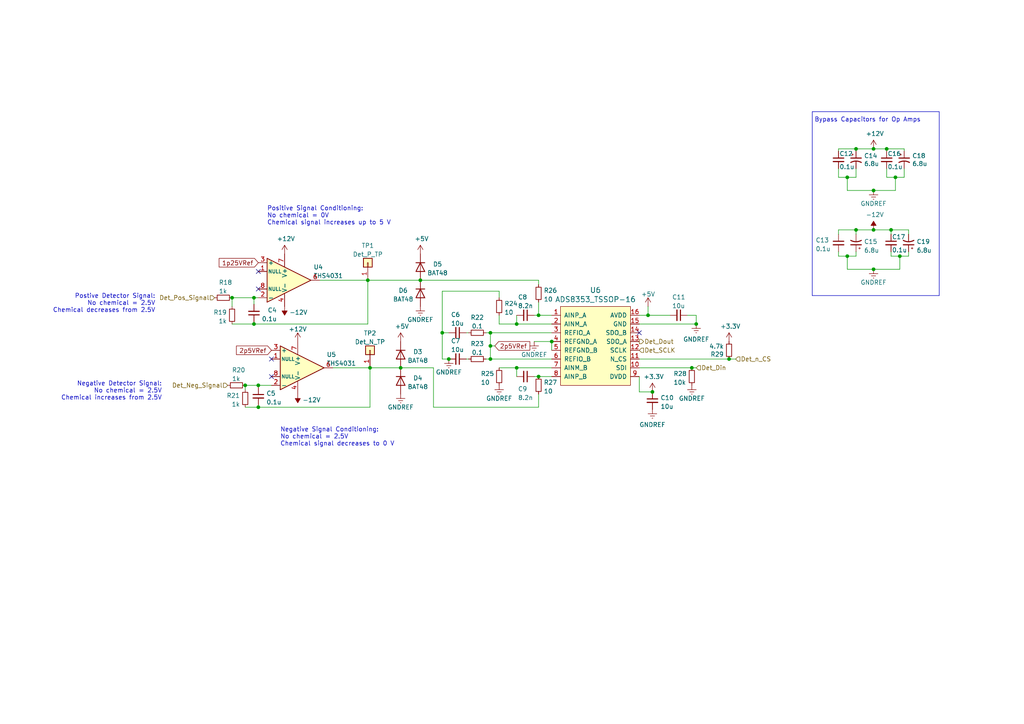
<source format=kicad_sch>
(kicad_sch (version 20230121) (generator eeschema)
  (paper "A4")
  (lib_symbols
    (symbol "+12V_1" (power) (pin_names (offset 0))
      (property "Value" "+12V_1" (at 0 3.556 0))
      (symbol "+12V_1_0_1"
        (polyline (pts (xy -0.762 1.27) (xy 0 2.54)))
        (polyline (pts (xy 0 0) (xy 0 2.54)))
        (polyline (pts (xy 0 2.54) (xy 0.762 1.27)))
      )
      (symbol "+12V_1_1_1"
        (pin power_in line (at 0 0 90) (length 0) hide (name "+12V") (number "1"))
      )
    )
    (symbol "+12V_2" (power) (pin_names (offset 0))
      (property "Value" "+12V_2" (at 0 3.556 0))
      (symbol "+12V_2_0_1"
        (polyline (pts (xy -0.762 1.27) (xy 0 2.54)))
        (polyline (pts (xy 0 0) (xy 0 2.54)))
        (polyline (pts (xy 0 2.54) (xy 0.762 1.27)))
      )
      (symbol "+12V_2_1_1"
        (pin power_in line (at 0 0 90) (length 0) hide (name "+12V") (number "1"))
      )
    )
    (symbol "+3.3V_1" (power) (pin_names (offset 0))
      (property "Value" "+3.3V_1" (at 0 3.556 0))
      (symbol "+3.3V_1_0_1"
        (polyline (pts (xy -0.762 1.27) (xy 0 2.54)))
        (polyline (pts (xy 0 0) (xy 0 2.54)))
        (polyline (pts (xy 0 2.54) (xy 0.762 1.27)))
      )
      (symbol "+3.3V_1_1_1"
        (pin power_in line (at 0 0 90) (length 0) hide (name "+3.3V") (number "1"))
      )
    )
    (symbol "+5V_2" (power) (pin_names (offset 0))
      (property "Value" "+5V_2" (at 0 3.556 0))
      (symbol "+5V_2_0_1"
        (polyline (pts (xy -0.762 1.27) (xy 0 2.54)))
        (polyline (pts (xy 0 0) (xy 0 2.54)))
        (polyline (pts (xy 0 2.54) (xy 0.762 1.27)))
      )
      (symbol "+5V_2_1_1"
        (pin power_in line (at 0 0 90) (length 0) hide (name "+5V") (number "1"))
      )
    )
    (symbol "-12V_1" (power) (pin_names (offset 0))
      (property "Value" "-12V_1" (at 0 3.81 0))
      (symbol "-12V_1_0_0"
        (pin power_in line (at 0 0 90) (length 0) hide (name "-12V") (number "1"))
      )
      (symbol "-12V_1_0_1"
        (polyline (pts (xy 0 0) (xy 0 1.27) (xy 0.762 1.27) (xy 0 2.54) (xy -0.762 1.27) (xy 0 1.27)) (fill (type outline)))
      )
    )
    (symbol "-12V_2" (power) (pin_names (offset 0))
      (property "Value" "-12V_2" (at 0 3.81 0))
      (symbol "-12V_2_0_0"
        (pin power_in line (at 0 0 90) (length 0) hide (name "-12V") (number "1"))
      )
      (symbol "-12V_2_0_1"
        (polyline (pts (xy 0 0) (xy 0 1.27) (xy 0.762 1.27) (xy 0 2.54) (xy -0.762 1.27) (xy 0 1.27)) (fill (type outline)))
      )
    )
    (symbol "1N5400_1" (pin_numbers hide) (pin_names hide)
      (property "Reference" "D" (at 0 2.54 0))
      (property "Value" "1N5400" (at 0 -2.54 0))
      (symbol "1N5400_1_0_1"
        (polyline (pts (xy -1.27 1.27) (xy -1.27 -1.27)) (stroke (width 0.254)))
        (polyline (pts (xy 1.27 0) (xy -1.27 0)))
        (polyline (pts (xy 1.27 1.27) (xy 1.27 -1.27) (xy -1.27 0) (xy 1.27 1.27)) (stroke (width 0.254)))
      )
      (symbol "1N5400_1_1_1"
        (pin passive line (at -3.81 0 0) (length 2.54) (name "K") (number "1"))
        (pin passive line (at 3.81 0 180) (length 2.54) (name "A") (number "2"))
      )
    )
    (symbol "1N5400_2" (pin_numbers hide) (pin_names hide)
      (property "Reference" "D" (at 0 2.54 0))
      (property "Value" "1N5400" (at 0 -2.54 0))
      (symbol "1N5400_2_0_1"
        (polyline (pts (xy -1.27 1.27) (xy -1.27 -1.27)) (stroke (width 0.254)))
        (polyline (pts (xy 1.27 0) (xy -1.27 0)))
        (polyline (pts (xy 1.27 1.27) (xy 1.27 -1.27) (xy -1.27 0) (xy 1.27 1.27)) (stroke (width 0.254)))
      )
      (symbol "1N5400_2_1_1"
        (pin passive line (at -3.81 0 0) (length 2.54) (name "K") (number "1"))
        (pin passive line (at 3.81 0 180) (length 2.54) (name "A") (number "2"))
      )
    )
    (symbol "1N5400_3" (pin_numbers hide) (pin_names hide)
      (property "Reference" "D" (at 0 2.54 0))
      (property "Value" "1N5400" (at 0 -2.54 0))
      (symbol "1N5400_3_0_1"
        (polyline (pts (xy -1.27 1.27) (xy -1.27 -1.27)) (stroke (width 0.254)))
        (polyline (pts (xy 1.27 0) (xy -1.27 0)))
        (polyline (pts (xy 1.27 1.27) (xy 1.27 -1.27) (xy -1.27 0) (xy 1.27 1.27)) (stroke (width 0.254)))
      )
      (symbol "1N5400_3_1_1"
        (pin passive line (at -3.81 0 0) (length 2.54) (name "K") (number "1"))
        (pin passive line (at 3.81 0 180) (length 2.54) (name "A") (number "2"))
      )
    )
    (symbol "Connector_Generic:Conn_01x01" (pin_names (offset 1.016) hide)
      (property "Reference" "J" (at 0 2.54 0))
      (property "Value" "Conn_01x01" (at 0 -2.54 0))
      (symbol "Conn_01x01_1_1"
        (rectangle (start -1.27 0.127) (end 0 -0.127) (stroke (width 0.1524)))
        (rectangle (start -1.27 1.27) (end 1.27 -1.27) (stroke (width 0.254)) (fill (type background)))
        (pin passive line (at -5.08 0 0) (length 3.81) (name "Pin_1") (number "1"))
      )
    )
    (symbol "Device:C_Polarized_Small_US" (pin_numbers hide) (pin_names (offset 0.254) hide)
      (property "Reference" "C" (at 0.254 1.778 0))
      (property "Value" "C_Polarized_Small_US" (at 0.254 -2.032 0))
      (symbol "C_Polarized_Small_US_0_1"
        (polyline (pts (xy -1.524 0.508) (xy 1.524 0.508)) (stroke (width 0.3048)))
        (polyline (pts (xy -1.27 1.524) (xy -0.762 1.524)))
        (polyline (pts (xy -1.016 1.27) (xy -1.016 1.778)))
        (arc (start 1.524 -0.762) (mid 0 -0.3734) (end -1.524 -0.762) (stroke (width 0.3048)))
      )
      (symbol "C_Polarized_Small_US_1_1"
        (pin passive line (at 0 2.54 270) (length 2.032) (name "~") (number "1"))
        (pin passive line (at 0 -2.54 90) (length 2.032) (name "~") (number "2"))
      )
    )
    (symbol "Diode:1N5400" (pin_numbers hide) (pin_names hide)
      (property "Reference" "D" (at 0 2.54 0))
      (property "Value" "1N5400" (at 0 -2.54 0))
      (symbol "1N5400_0_1"
        (polyline (pts (xy -1.27 1.27) (xy -1.27 -1.27)) (stroke (width 0.254)))
        (polyline (pts (xy 1.27 0) (xy -1.27 0)))
        (polyline (pts (xy 1.27 1.27) (xy 1.27 -1.27) (xy -1.27 0) (xy 1.27 1.27)) (stroke (width 0.254)))
      )
      (symbol "1N5400_1_1"
        (pin passive line (at -3.81 0 0) (length 2.54) (name "K") (number "1"))
        (pin passive line (at 3.81 0 180) (length 2.54) (name "A") (number "2"))
      )
    )
    (symbol "GNDREF_1" (power) (pin_names (offset 0))
      (property "Value" "GNDREF_1" (at 0 -3.81 0))
      (symbol "GNDREF_1_0_1"
        (polyline (pts (xy -0.635 -1.905) (xy 0.635 -1.905)))
        (polyline (pts (xy -0.127 -2.54) (xy 0.127 -2.54)))
        (polyline (pts (xy 0 -1.27) (xy 0 0)))
        (polyline (pts (xy 1.27 -1.27) (xy -1.27 -1.27)))
      )
      (symbol "GNDREF_1_1_1"
        (pin power_in line (at 0 0 270) (length 0) hide (name "GNDREF") (number "1"))
      )
    )
    (symbol "GNDREF_2" (power) (pin_names (offset 0))
      (property "Value" "GNDREF_2" (at 0 -3.81 0))
      (symbol "GNDREF_2_0_1"
        (polyline (pts (xy -0.635 -1.905) (xy 0.635 -1.905)))
        (polyline (pts (xy -0.127 -2.54) (xy 0.127 -2.54)))
        (polyline (pts (xy 0 -1.27) (xy 0 0)))
        (polyline (pts (xy 1.27 -1.27) (xy -1.27 -1.27)))
      )
      (symbol "GNDREF_2_1_1"
        (pin power_in line (at 0 0 270) (length 0) hide (name "GNDREF") (number "1"))
      )
    )
    (symbol "GNDREF_3" (power) (pin_names (offset 0))
      (property "Value" "GNDREF_3" (at 0 -3.81 0))
      (symbol "GNDREF_3_0_1"
        (polyline (pts (xy -0.635 -1.905) (xy 0.635 -1.905)))
        (polyline (pts (xy -0.127 -2.54) (xy 0.127 -2.54)))
        (polyline (pts (xy 0 -1.27) (xy 0 0)))
        (polyline (pts (xy 1.27 -1.27) (xy -1.27 -1.27)))
      )
      (symbol "GNDREF_3_1_1"
        (pin power_in line (at 0 0 270) (length 0) hide (name "GNDREF") (number "1"))
      )
    )
    (symbol "GNDREF_4" (power) (pin_names (offset 0))
      (property "Value" "GNDREF_4" (at 0 -3.81 0))
      (symbol "GNDREF_4_0_1"
        (polyline (pts (xy -0.635 -1.905) (xy 0.635 -1.905)))
        (polyline (pts (xy -0.127 -2.54) (xy 0.127 -2.54)))
        (polyline (pts (xy 0 -1.27) (xy 0 0)))
        (polyline (pts (xy 1.27 -1.27) (xy -1.27 -1.27)))
      )
      (symbol "GNDREF_4_1_1"
        (pin power_in line (at 0 0 270) (length 0) hide (name "GNDREF") (number "1"))
      )
    )
    (symbol "GNDREF_5" (power) (pin_names (offset 0))
      (property "Value" "GNDREF_5" (at 0 -3.81 0))
      (symbol "GNDREF_5_0_1"
        (polyline (pts (xy -0.635 -1.905) (xy 0.635 -1.905)))
        (polyline (pts (xy -0.127 -2.54) (xy 0.127 -2.54)))
        (polyline (pts (xy 0 -1.27) (xy 0 0)))
        (polyline (pts (xy 1.27 -1.27) (xy -1.27 -1.27)))
      )
      (symbol "GNDREF_5_1_1"
        (pin power_in line (at 0 0 270) (length 0) hide (name "GNDREF") (number "1"))
      )
    )
    (symbol "GNDREF_6" (power) (pin_names (offset 0))
      (property "Value" "GNDREF_6" (at 0 -3.81 0))
      (symbol "GNDREF_6_0_1"
        (polyline (pts (xy -0.635 -1.905) (xy 0.635 -1.905)))
        (polyline (pts (xy -0.127 -2.54) (xy 0.127 -2.54)))
        (polyline (pts (xy 0 -1.27) (xy 0 0)))
        (polyline (pts (xy 1.27 -1.27) (xy -1.27 -1.27)))
      )
      (symbol "GNDREF_6_1_1"
        (pin power_in line (at 0 0 270) (length 0) hide (name "GNDREF") (number "1"))
      )
    )
    (symbol "GNDREF_7" (power) (pin_names (offset 0))
      (property "Value" "GNDREF_7" (at 0 -3.81 0))
      (symbol "GNDREF_7_0_1"
        (polyline (pts (xy -0.635 -1.905) (xy 0.635 -1.905)))
        (polyline (pts (xy -0.127 -2.54) (xy 0.127 -2.54)))
        (polyline (pts (xy 0 -1.27) (xy 0 0)))
        (polyline (pts (xy 1.27 -1.27) (xy -1.27 -1.27)))
      )
      (symbol "GNDREF_7_1_1"
        (pin power_in line (at 0 0 270) (length 0) hide (name "GNDREF") (number "1"))
      )
    )
    (symbol "GNDREF_8" (power) (pin_names (offset 0))
      (property "Value" "GNDREF_8" (at 0 -3.81 0))
      (symbol "GNDREF_8_0_1"
        (polyline (pts (xy -0.635 -1.905) (xy 0.635 -1.905)))
        (polyline (pts (xy -0.127 -2.54) (xy 0.127 -2.54)))
        (polyline (pts (xy 0 -1.27) (xy 0 0)))
        (polyline (pts (xy 1.27 -1.27) (xy -1.27 -1.27)))
      )
      (symbol "GNDREF_8_1_1"
        (pin power_in line (at 0 0 270) (length 0) hide (name "GNDREF") (number "1"))
      )
    )
    (symbol "GNDREF_9" (power) (pin_names (offset 0))
      (property "Value" "GNDREF_9" (at 0 -3.81 0))
      (symbol "GNDREF_9_0_1"
        (polyline (pts (xy -0.635 -1.905) (xy 0.635 -1.905)))
        (polyline (pts (xy -0.127 -2.54) (xy 0.127 -2.54)))
        (polyline (pts (xy 0 -1.27) (xy 0 0)))
        (polyline (pts (xy 1.27 -1.27) (xy -1.27 -1.27)))
      )
      (symbol "GNDREF_9_1_1"
        (pin power_in line (at 0 0 270) (length 0) hide (name "GNDREF") (number "1"))
      )
    )
    (symbol "Shoebox:ADS8353_TSSOP-16" (pin_names (offset 1.016))
      (property "Reference" "U" (at -12.7 1.27 0))
      (property "Value" "ADS8353_TSSOP-16" (at -1.27 -34.29 0))
      (symbol "ADS8353_TSSOP-16_0_1"
        (rectangle (start -10.16 0) (end 10.16 -22.86) (fill (type background)))
      )
      (symbol "ADS8353_TSSOP-16_0_2"
        (rectangle (start -13.97 0) (end 13.97 -21.59))
      )
      (symbol "ADS8353_TSSOP-16_1_1"
        (pin input line (at -12.7 -2.54 0) (length 2.54) (name "AINP_A") (number "1"))
        (pin input line (at 12.7 -17.78 180) (length 2.54) (name "SDI") (number "10"))
        (pin input line (at 12.7 -15.24 180) (length 2.54) (name "N_CS") (number "11"))
        (pin input line (at 12.7 -12.7 180) (length 2.54) (name "SCLK") (number "12"))
        (pin output line (at 12.7 -10.16 180) (length 2.54) (name "SDO_A") (number "13"))
        (pin output line (at 12.7 -7.62 180) (length 2.54) (name "SDO_B") (number "14"))
        (pin power_in line (at 12.7 -5.08 180) (length 2.54) (name "GND") (number "15"))
        (pin power_in line (at 12.7 -2.54 180) (length 2.54) (name "AVDD") (number "16"))
        (pin input line (at -12.7 -5.08 0) (length 2.54) (name "AINM_A") (number "2"))
        (pin input line (at -12.7 -7.62 0) (length 2.54) (name "REFIO_A") (number "3"))
        (pin input line (at -12.7 -10.16 0) (length 2.54) (name "REFGND_A") (number "4"))
        (pin input line (at -12.7 -12.7 0) (length 2.54) (name "REFGND_B") (number "5"))
        (pin input line (at -12.7 -15.24 0) (length 2.54) (name "REFIO_B") (number "6"))
        (pin input line (at -12.7 -17.78 0) (length 2.54) (name "AINM_B") (number "7"))
        (pin input line (at -12.7 -20.32 0) (length 2.54) (name "AINP_B") (number "8"))
        (pin power_in line (at 12.7 -20.32 180) (length 2.54) (name "DVDD") (number "9"))
      )
      (symbol "ADS8353_TSSOP-16_1_2"
        (pin input line (at -16.51 -7.62 0) (length 2.54) (name "REFIO_A") (number "1"))
        (pin input line (at 16.51 -11.43 180) (length 2.54) (name "SCLK") (number "10"))
        (pin output line (at 16.51 -8.89 180) (length 2.54) (name "SDO_A") (number "11"))
        (pin output line (at 16.51 -6.35 180) (length 2.54) (name "SDO_B") (number "12"))
        (pin power_in line (at 3.81 2.54 270) (length 2.54) (name "GND") (number "13"))
        (pin power_in line (at 1.27 2.54 270) (length 2.54) (name "AVDD") (number "14"))
        (pin input line (at -1.27 2.54 270) (length 2.54) (name "AINP_A") (number "15"))
        (pin input line (at -3.81 2.54 270) (length 2.54) (name "AINM_A") (number "16"))
        (pin power_in line (at 6.35 -24.13 90) (length 2.54) (name "Thermal_PAD") (number "17"))
        (pin input line (at -16.51 -10.16 0) (length 2.54) (name "REFGND_A") (number "2"))
        (pin input line (at -16.51 -12.7 0) (length 2.54) (name "REFGND_B") (number "3"))
        (pin input line (at -16.51 -15.24 0) (length 2.54) (name "REFIO_B") (number "4"))
        (pin input line (at -3.81 -24.13 90) (length 2.54) (name "AINM_B") (number "5"))
        (pin input line (at -1.27 -24.13 90) (length 2.54) (name "AINP_B") (number "6"))
        (pin power_in line (at 1.27 -24.13 90) (length 2.54) (name "DVDD") (number "7"))
        (pin input line (at 3.81 -24.13 90) (length 2.54) (name "SDI") (number "8"))
        (pin input line (at 16.51 -13.97 180) (length 2.54) (name "N_CS") (number "9"))
      )
    )
    (symbol "Shoebox:C_Small" (pin_numbers hide) (pin_names (offset 0.254) hide)
      (property "Reference" "C" (at 0.254 1.778 0))
      (property "Value" "C_Small" (at 0.254 -2.032 0))
      (symbol "C_Small_0_1"
        (polyline (pts (xy -1.524 -0.508) (xy 1.524 -0.508)) (stroke (width 0.3302)))
        (polyline (pts (xy -1.524 0.508) (xy 1.524 0.508)) (stroke (width 0.3048)))
      )
      (symbol "C_Small_1_1"
        (pin passive line (at 0 2.54 270) (length 2.032) (name "~") (number "1"))
        (pin passive line (at 0 -2.54 90) (length 2.032) (name "~") (number "2"))
      )
    )
    (symbol "Shoebox:R_Small" (pin_numbers hide) (pin_names (offset 0.254) hide)
      (property "Reference" "R" (at 0.762 0.508 0))
      (property "Value" "R_Small" (at 0.762 -1.016 0))
      (symbol "R_Small_0_1"
        (rectangle (start -0.762 1.778) (end 0.762 -1.778) (stroke (width 0.2032)))
      )
      (symbol "R_Small_1_1"
        (pin passive line (at 0 2.54 270) (length 0.762) (name "~") (number "1"))
        (pin passive line (at 0 -2.54 90) (length 0.762) (name "~") (number "2"))
      )
    )
    (symbol "Shoebox:THS4031" (pin_names (offset 0.254))
      (property "Reference" "U" (at 3.81 3.175 0))
      (property "Value" "THS4031" (at 3.81 -3.175 0))
      (symbol "THS4031_0_1"
        (polyline (pts (xy 7.62 0) (xy -5.08 6.35) (xy -5.08 -6.35) (xy 7.62 0)) (stroke (width 0.254)) (fill (type background)))
      )
      (symbol "THS4031_1_1"
        (pin passive line (at -7.62 2.54 0) (length 2.54) (name "NULL") (number "1"))
        (pin input line (at -7.62 -5.08 0) (length 2.54) (name "-") (number "2"))
        (pin input line (at -7.62 5.08 0) (length 2.54) (name "+") (number "3"))
        (pin power_in line (at 0 -7.62 90) (length 3.81) (name "V-") (number "4"))
        (pin no_connect line (at 2.54 -7.62 90) (length 5.08) hide (name "NC") (number "5"))
        (pin output line (at 10.16 0 180) (length 2.54) (name "~") (number "6"))
        (pin power_in line (at 0 7.62 270) (length 3.81) (name "V+") (number "7"))
        (pin passive line (at -7.62 -2.54 0) (length 2.54) (name "NULL") (number "8"))
      )
    )
    (symbol "power:+12V" (power) (pin_names (offset 0))
      (property "Value" "+12V" (at 0 3.556 0))
      (symbol "+12V_0_1"
        (polyline (pts (xy -0.762 1.27) (xy 0 2.54)))
        (polyline (pts (xy 0 0) (xy 0 2.54)))
        (polyline (pts (xy 0 2.54) (xy 0.762 1.27)))
      )
      (symbol "+12V_1_1"
        (pin power_in line (at 0 0 90) (length 0) hide (name "+12V") (number "1"))
      )
    )
    (symbol "power:+3.3V" (power) (pin_names (offset 0))
      (property "Value" "+3.3V" (at 0 3.556 0))
      (symbol "+3.3V_0_1"
        (polyline (pts (xy -0.762 1.27) (xy 0 2.54)))
        (polyline (pts (xy 0 0) (xy 0 2.54)))
        (polyline (pts (xy 0 2.54) (xy 0.762 1.27)))
      )
      (symbol "+3.3V_1_1"
        (pin power_in line (at 0 0 90) (length 0) hide (name "+3.3V") (number "1"))
      )
    )
    (symbol "power:+5V" (power) (pin_names (offset 0))
      (property "Value" "+5V" (at 0 3.556 0))
      (symbol "+5V_0_1"
        (polyline (pts (xy -0.762 1.27) (xy 0 2.54)))
        (polyline (pts (xy 0 0) (xy 0 2.54)))
        (polyline (pts (xy 0 2.54) (xy 0.762 1.27)))
      )
      (symbol "+5V_1_1"
        (pin power_in line (at 0 0 90) (length 0) hide (name "+5V") (number "1"))
      )
    )
    (symbol "power:-12V" (power) (pin_names (offset 0))
      (property "Value" "-12V" (at 0 3.81 0))
      (symbol "-12V_0_0"
        (pin power_in line (at 0 0 90) (length 0) hide (name "-12V") (number "1"))
      )
      (symbol "-12V_0_1"
        (polyline (pts (xy 0 0) (xy 0 1.27) (xy 0.762 1.27) (xy 0 2.54) (xy -0.762 1.27) (xy 0 1.27)) (fill (type outline)))
      )
    )
    (symbol "power:GNDREF" (power) (pin_names (offset 0))
      (property "Value" "GNDREF" (at 0 -3.81 0))
      (symbol "GNDREF_0_1"
        (polyline (pts (xy -0.635 -1.905) (xy 0.635 -1.905)))
        (polyline (pts (xy -0.127 -2.54) (xy 0.127 -2.54)))
        (polyline (pts (xy 0 -1.27) (xy 0 0)))
        (polyline (pts (xy 1.27 -1.27) (xy -1.27 -1.27)))
      )
      (symbol "GNDREF_1_1"
        (pin power_in line (at 0 0 270) (length 0) hide (name "GNDREF") (number "1"))
      )
    )
  )
  (junction (at 74.93 111.76))
  (junction (at 200.66 106.68))
  (junction (at 245.745 74.295))
  (junction (at 258.445 66.675))
  (junction (at 156.21 109.22))
  (junction (at 142.24 96.52))
  (junction (at 253.365 66.675))
  (junction (at 130.175 104.14))
  (junction (at 107.315 106.68))
  (junction (at 248.285 43.18))
  (junction (at 73.66 86.36))
  (junction (at 245.745 51.435))
  (junction (at 74.93 118.11))
  (junction (at 248.285 66.675))
  (junction (at 142.24 104.14))
  (junction (at 187.96 91.44))
  (junction (at 253.365 55.245))
  (junction (at 156.21 91.44))
  (junction (at 149.86 93.98))
  (junction (at 259.715 51.435))
  (junction (at 116.205 106.68))
  (junction (at 106.68 81.28))
  (junction (at 201.93 93.98))
  (junction (at 128.27 96.52))
  (junction (at 160.02 99.06))
  (junction (at 260.985 74.295))
  (junction (at 211.455 104.14))
  (junction (at 142.24 100.33))
  (junction (at 253.365 43.18))
  (junction (at 189.23 113.665))
  (junction (at 71.12 111.76))
  (junction (at 257.175 43.18))
  (junction (at 73.66 93.98))
  (junction (at 67.31 86.36))
  (junction (at 149.86 106.68))
  (junction (at 121.92 81.28))
  (junction (at 253.365 78.105))
  (no_connect (at 185.42 96.52))
  (no_connect (at 74.93 78.74))
  (no_connect (at 74.93 83.82))
  (no_connect (at 78.74 109.22))
  (no_connect (at 78.74 104.14))
  (wire (pts (xy 160.02 109.22) (xy 156.21 109.22)))
  (wire (pts (xy 243.205 51.435) (xy 245.745 51.435)))
  (wire (pts (xy 257.175 48.895) (xy 257.175 51.435)))
  (wire (pts (xy 128.27 96.52) (xy 128.27 104.14)))
  (wire (pts (xy 257.175 43.18) (xy 262.255 43.18)))
  (wire (pts (xy 149.86 91.44) (xy 149.86 93.98)))
  (wire (pts (xy 144.78 93.98) (xy 144.78 91.44)))
  (wire (pts (xy 142.24 96.52) (xy 142.24 100.33)))
  (wire (pts (xy 156.21 81.28) (xy 156.21 82.55)))
  (wire (pts (xy 248.285 43.18) (xy 248.285 43.815)))
  (wire (pts (xy 135.255 96.52) (xy 135.89 96.52)))
  (wire (pts (xy 142.24 104.14) (xy 160.02 104.14)))
  (wire (pts (xy 185.42 109.22) (xy 185.42 113.665)))
  (wire (pts (xy 130.175 96.52) (xy 128.27 96.52)))
  (wire (pts (xy 245.745 78.105) (xy 253.365 78.105)))
  (wire (pts (xy 263.525 67.945) (xy 263.525 66.675)))
  (wire (pts (xy 263.525 66.675) (xy 258.445 66.675)))
  (wire (pts (xy 248.285 43.18) (xy 253.365 43.18)))
  (wire (pts (xy 67.31 86.36) (xy 73.66 86.36)))
  (wire (pts (xy 258.445 73.025) (xy 258.445 74.295)))
  (wire (pts (xy 201.93 106.68) (xy 200.66 106.68)))
  (wire (pts (xy 245.745 51.435) (xy 248.285 51.435)))
  (polyline (pts (xy 235.585 85.725) (xy 235.585 32.385)))
  (wire (pts (xy 260.985 74.295) (xy 260.985 78.105)))
  (wire (pts (xy 160.02 91.44) (xy 156.21 91.44)))
  (wire (pts (xy 140.97 104.14) (xy 142.24 104.14)))
  (wire (pts (xy 200.66 106.68) (xy 185.42 106.68)))
  (wire (pts (xy 73.66 86.36) (xy 74.93 86.36)))
  (wire (pts (xy 74.93 117.475) (xy 74.93 118.11)))
  (wire (pts (xy 243.205 48.895) (xy 243.205 51.435)))
  (wire (pts (xy 253.365 55.245) (xy 245.745 55.245)))
  (wire (pts (xy 142.24 100.33) (xy 142.24 104.14)))
  (wire (pts (xy 248.285 66.675) (xy 243.205 66.675)))
  (wire (pts (xy 67.31 93.98) (xy 73.66 93.98)))
  (wire (pts (xy 248.285 73.025) (xy 248.285 74.295)))
  (wire (pts (xy 154.94 99.06) (xy 160.02 99.06)))
  (wire (pts (xy 149.86 93.98) (xy 160.02 93.98)))
  (wire (pts (xy 135.255 104.14) (xy 135.89 104.14)))
  (wire (pts (xy 248.285 51.435) (xy 248.285 48.895)))
  (wire (pts (xy 248.285 74.295) (xy 245.745 74.295)))
  (wire (pts (xy 185.42 113.665) (xy 189.23 113.665)))
  (wire (pts (xy 121.92 81.28) (xy 156.21 81.28)))
  (wire (pts (xy 259.715 51.435) (xy 259.715 55.245)))
  (wire (pts (xy 253.365 78.105) (xy 260.985 78.105)))
  (wire (pts (xy 262.255 43.18) (xy 262.255 43.815)))
  (wire (pts (xy 73.66 93.345) (xy 73.66 93.98)))
  (wire (pts (xy 144.78 93.98) (xy 149.86 93.98)))
  (polyline (pts (xy 235.585 32.385) (xy 272.415 32.385)))
  (wire (pts (xy 187.96 91.44) (xy 185.42 91.44)))
  (wire (pts (xy 71.12 118.11) (xy 74.93 118.11)))
  (polyline (pts (xy 272.415 85.725) (xy 235.585 85.725)))
  (wire (pts (xy 248.285 66.675) (xy 248.285 67.945)))
  (wire (pts (xy 156.21 109.22) (xy 154.94 109.22)))
  (wire (pts (xy 201.93 93.98) (xy 185.42 93.98)))
  (wire (pts (xy 106.68 81.28) (xy 121.92 81.28)))
  (wire (pts (xy 71.12 113.03) (xy 71.12 111.76)))
  (wire (pts (xy 73.66 86.36) (xy 73.66 88.265)))
  (wire (pts (xy 199.39 91.44) (xy 201.93 91.44)))
  (wire (pts (xy 160.02 101.6) (xy 160.02 99.06)))
  (wire (pts (xy 201.93 91.44) (xy 201.93 93.98)))
  (wire (pts (xy 67.31 88.9) (xy 67.31 86.36)))
  (wire (pts (xy 107.315 106.68) (xy 96.52 106.68)))
  (wire (pts (xy 248.285 66.675) (xy 253.365 66.675)))
  (wire (pts (xy 140.97 96.52) (xy 142.24 96.52)))
  (wire (pts (xy 263.525 74.295) (xy 263.525 73.025)))
  (wire (pts (xy 128.27 84.455) (xy 144.78 84.455)))
  (wire (pts (xy 73.66 93.98) (xy 106.68 93.98)))
  (wire (pts (xy 243.205 43.18) (xy 243.205 43.815)))
  (wire (pts (xy 156.21 91.44) (xy 156.21 87.63)))
  (wire (pts (xy 128.27 104.14) (xy 130.175 104.14)))
  (wire (pts (xy 106.68 93.98) (xy 106.68 81.28)))
  (wire (pts (xy 245.745 74.295) (xy 245.745 78.105)))
  (wire (pts (xy 160.02 106.68) (xy 149.86 106.68)))
  (wire (pts (xy 74.93 111.76) (xy 78.74 111.76)))
  (wire (pts (xy 143.51 100.33) (xy 142.24 100.33)))
  (wire (pts (xy 260.985 74.295) (xy 263.525 74.295)))
  (polyline (pts (xy 272.415 32.385) (xy 272.415 85.725)))
  (wire (pts (xy 156.21 118.11) (xy 156.21 114.3)))
  (wire (pts (xy 185.42 104.14) (xy 211.455 104.14)))
  (wire (pts (xy 194.31 91.44) (xy 187.96 91.44)))
  (wire (pts (xy 253.365 43.18) (xy 257.175 43.18)))
  (wire (pts (xy 257.175 51.435) (xy 259.715 51.435)))
  (wire (pts (xy 187.96 88.9) (xy 187.96 91.44)))
  (wire (pts (xy 144.78 84.455) (xy 144.78 86.36)))
  (wire (pts (xy 245.745 51.435) (xy 245.745 55.245)))
  (wire (pts (xy 259.715 55.245) (xy 253.365 55.245)))
  (wire (pts (xy 154.94 91.44) (xy 156.21 91.44)))
  (wire (pts (xy 128.27 84.455) (xy 128.27 96.52)))
  (wire (pts (xy 243.205 66.675) (xy 243.205 67.945)))
  (wire (pts (xy 107.315 106.68) (xy 116.205 106.68)))
  (wire (pts (xy 74.93 118.11) (xy 107.315 118.11)))
  (wire (pts (xy 213.36 104.14) (xy 211.455 104.14)))
  (wire (pts (xy 149.86 109.22) (xy 149.86 106.68)))
  (wire (pts (xy 248.285 43.18) (xy 243.205 43.18)))
  (wire (pts (xy 156.21 118.11) (xy 125.73 118.11)))
  (wire (pts (xy 245.745 74.295) (xy 243.205 74.295)))
  (wire (pts (xy 258.445 66.675) (xy 258.445 67.945)))
  (wire (pts (xy 71.12 111.76) (xy 74.93 111.76)))
  (wire (pts (xy 262.255 51.435) (xy 262.255 48.895)))
  (wire (pts (xy 243.205 74.295) (xy 243.205 73.025)))
  (wire (pts (xy 259.715 51.435) (xy 262.255 51.435)))
  (wire (pts (xy 125.73 118.11) (xy 125.73 106.68)))
  (wire (pts (xy 258.445 74.295) (xy 260.985 74.295)))
  (wire (pts (xy 257.175 43.18) (xy 257.175 43.815)))
  (wire (pts (xy 74.93 111.76) (xy 74.93 112.395)))
  (wire (pts (xy 253.365 66.675) (xy 258.445 66.675)))
  (wire (pts (xy 149.86 106.68) (xy 144.78 106.68)))
  (wire (pts (xy 142.24 96.52) (xy 160.02 96.52)))
  (wire (pts (xy 116.205 106.68) (xy 125.73 106.68)))
  (wire (pts (xy 107.315 118.11) (xy 107.315 106.68)))
  (wire (pts (xy 106.68 81.28) (xy 92.71 81.28)))
  (text "Negative Signal Conditioning:\nNo chemical = 2.5V\nChemical signal decreases to 0 V" (at 81.28 129.54 0) (effects (font (size 1.27 1.27)) (justify left bottom)))
  (text "Postive Detector Signal:\nNo chemical = 2.5V\nChemical decreases from 2.5V" (at 45.085 90.805 0) (effects (font (size 1.27 1.27)) (justify right bottom)))
  (text "Positive Signal Conditioning:\nNo chemical = 0V\nChemical signal increases up to 5 V" (at 77.47 65.405 0) (effects (font (size 1.27 1.27)) (justify left bottom)))
  (text "Negative Detector Signal:\nNo chemical = 2.5V\nChemical increases from 2.5V" (at 46.99 116.205 0) (effects (font (size 1.27 1.27)) (justify right bottom)))
  (text "Bypass Capacitors for Op Amps" (at 236.22 35.56 0) (effects (font (size 1.27 1.27)) (justify left bottom)))
  (global_label "2p5VRef" (shape input) (at 143.51 100.33 0) (property "Intersheetrefs" "${INTERSHEET_REFS}" (effects hide)))
  (global_label "2p5VRef" (shape input) (at 78.74 101.6 180) (property "Intersheetrefs" "${INTERSHEET_REFS}" (effects hide)))
  (global_label "1p25VRef" (shape input) (at 74.93 76.2 180) (property "Intersheetrefs" "${INTERSHEET_REFS}" (effects hide)))
  (hierarchical_label "Det_SCLK" (shape input) (at 185.42 101.6 0))
  (hierarchical_label "Det_Pos_Signal" (shape input) (at 62.23 86.36 180))
  (hierarchical_label "Det_Dout" (shape output) (at 185.42 99.06 0))
  (hierarchical_label "Det_Neg_Signal" (shape input) (at 66.04 111.76 180))
  (hierarchical_label "Det_n_CS" (shape input) (at 213.36 104.14 0))
  (hierarchical_label "Det_Din" (shape input) (at 201.93 106.68 0))
  (symbol (lib_name "GNDREF_2") (lib_id "power:GNDREF") (at 201.93 93.98 0) (unit 1)
    (property "Reference" "#PWR046" (effects hide))
    (property "Value" "GNDREF" (at 201.93 98.4234 0))
    (instances (project "microcontroller_board" (path "" (reference "#PWR046") (unit 1))) (project "controller-DMS" (path "" (reference "#PWR0120") (unit 1))))
  )
  (symbol (lib_id "power:+12V") (at 253.365 43.18 0) (unit 1)
    (property "Reference" "#PWR048" (effects hide))
    (property "Value" "+12V" (at 253.746 38.7858 0))
    (instances (project "microcontroller_board" (path "" (reference "#PWR048") (unit 1))) (project "controller-DMS" (path "" (reference "#PWR0140") (unit 1))))
  )
  (symbol (lib_id "Shoebox:C_Small") (at 132.715 96.52 270) (unit 1)
    (property "Reference" "C6" (at 130.7847 91.2581 90) (effects (justify left)))
    (property "Value" "10u" (at 130.7847 93.795 90) (effects (justify left)))
    (property "Footprint" "NYSEARCH:C_0603_1608Metric_HandSolder" (effects hide))
    (instances (project "microcontroller_board" (path "" (reference "C6") (unit 1))) (project "controller-DMS" (path "" (reference "C17") (unit 1))))
  )
  (symbol (lib_id "power:+5V") (at 121.92 73.66 0) (unit 1)
    (property "Reference" "#PWR037" (effects hide))
    (property "Value" "+5V" (at 122.301 69.2658 0))
    (instances (project "microcontroller_board" (path "" (reference "#PWR037") (unit 1))) (project "controller-DMS" (path "" (reference "#PWR?") (unit 1))))
  )
  (symbol (lib_id "Shoebox:ADS8353_TSSOP-16") (at 172.72 88.9 0) (unit 1)
    (property "Reference" "U6" (at 172.72 84.1502 0) (effects (font (size 1.524 1.524))))
    (property "Value" "ADS8353_TSSOP-16" (at 172.72 86.8426 0) (effects (font (size 1.524 1.524))))
    (property "Footprint" "Package_SO:TSSOP-16_4.4x5mm_P0.65mm" (effects hide))
    (property "Datasheet" "https://www.ti.com/document-viewer/ADS8353/datasheet" (effects hide))
    (instances (project "microcontroller_board" (path "" (reference "U6") (unit 1))) (project "controller-DMS" (path "" (reference "U8") (unit 1))))
  )
  (symbol (lib_id "power:GNDREF") (at 189.23 118.745 0) (unit 1)
    (property "Reference" "#PWR044" (effects hide))
    (property "Value" "GNDREF" (at 189.23 123.1884 0))
    (instances (project "microcontroller_board" (path "" (reference "#PWR044") (unit 1))) (project "controller-DMS" (path "" (reference "#PWR0127") (unit 1))))
  )
  (symbol (lib_id "Shoebox:C_Small") (at 243.205 70.485 0) (unit 1)
    (property "Reference" "C13" (at 236.5493 69.6566 0) (effects (justify left)))
    (property "Value" "0.1u" (at 236.5493 72.1935 0) (effects (justify left)))
    (property "Footprint" "NYSEARCH:C_0603_1608Metric_HandSolder" (effects hide))
    (instances (project "microcontroller_board" (path "" (reference "C13") (unit 1))) (project "controller-DMS" (path "" (reference "C3") (unit 1))))
  )
  (symbol (lib_id "Shoebox:R_Small") (at 156.21 111.76 180) (unit 1)
    (property "Reference" "R27" (at 157.7086 110.9253 0) (effects (justify right)))
    (property "Value" "10" (at 157.7086 113.4622 0) (effects (justify right)))
    (property "Footprint" "NYSEARCH:R_0603_1608Metric" (effects hide))
    (instances (project "microcontroller_board" (path "" (reference "R27") (unit 1))) (project "controller-DMS" (path "" (reference "R18") (unit 1))))
  )
  (symbol (lib_id "Shoebox:R_Small") (at 71.12 115.57 180) (unit 1)
    (property "Reference" "R21" (at 69.6214 114.7353 0) (effects (justify left)))
    (property "Value" "1k" (at 69.6214 117.2722 0) (effects (justify left)))
    (property "Footprint" "NYSEARCH:R_0603_1608Metric" (effects hide))
    (instances (project "microcontroller_board" (path "" (reference "R21") (unit 1))) (project "controller-DMS" (path "" (reference "R12") (unit 1))))
  )
  (symbol (lib_id "Shoebox:R_Small") (at 156.21 85.09 0) (unit 1)
    (property "Reference" "R26" (at 157.7086 84.2553 0) (effects (justify left)))
    (property "Value" "10" (at 157.7086 86.7922 0) (effects (justify left)))
    (property "Footprint" "NYSEARCH:R_0603_1608Metric" (effects hide))
    (instances (project "microcontroller_board" (path "" (reference "R26") (unit 1))) (project "controller-DMS" (path "" (reference "R17") (unit 1))))
  )
  (symbol (lib_id "Shoebox:R_Small") (at 138.43 96.52 270) (unit 1)
    (property "Reference" "R22" (at 138.43 92.0836 90))
    (property "Value" "0.1" (at 138.43 94.6205 90))
    (property "Footprint" "NYSEARCH:R_0603_1608Metric" (effects hide))
    (instances (project "microcontroller_board" (path "" (reference "R22") (unit 1))) (project "controller-DMS" (path "" (reference "R13") (unit 1))))
  )
  (symbol (lib_name "GNDREF_1") (lib_id "power:GNDREF") (at 200.66 111.76 0) (unit 1)
    (property "Reference" "#PWR045" (effects hide))
    (property "Value" "GNDREF" (at 200.66 115.57 0))
    (instances (project "microcontroller_board" (path "" (reference "#PWR045") (unit 1))) (project "controller-DMS" (path "" (reference "#PWR?") (unit 1))))
  )
  (symbol (lib_name "GNDREF_6") (lib_id "power:GNDREF") (at 121.92 88.9 0) (unit 1)
    (property "Reference" "#PWR038" (effects hide))
    (property "Value" "GNDREF" (at 121.92 92.71 0))
    (instances (project "microcontroller_board" (path "" (reference "#PWR038") (unit 1))) (project "controller-DMS" (path "" (reference "#PWR0128") (unit 1))))
  )
  (symbol (lib_id "Shoebox:R_Small") (at 67.31 91.44 180) (unit 1)
    (property "Reference" "R19" (at 65.8114 90.6053 0) (effects (justify left)))
    (property "Value" "1k" (at 65.8114 93.1422 0) (effects (justify left)))
    (property "Footprint" "NYSEARCH:R_0603_1608Metric" (effects hide))
    (instances (project "microcontroller_board" (path "" (reference "R19") (unit 1))) (project "controller-DMS" (path "" (reference "R11") (unit 1))))
  )
  (symbol (lib_id "Shoebox:THS4031") (at 86.36 106.68 0) (unit 1)
    (property "Reference" "U5" (at 94.742 102.8533 0) (effects (justify left)))
    (property "Value" "THS4031" (at 94.742 105.3902 0) (effects (justify left)))
    (property "Footprint" "Package_SO:SOIC-8_3.9x4.9mm_P1.27mm" (effects hide))
    (property "Datasheet" "http://www.ti.com/lit/ds/symlink/ths4031.pdf" (effects hide))
    (instances (project "microcontroller_board" (path "" (reference "U5") (unit 1))) (project "controller-DMS" (path "" (reference "U6") (unit 1))))
  )
  (symbol (lib_name "GNDREF_3") (lib_id "power:GNDREF") (at 144.78 111.76 0) (unit 1)
    (property "Reference" "#PWR040" (effects hide))
    (property "Value" "GNDREF" (at 144.78 115.57 0))
    (instances (project "microcontroller_board" (path "" (reference "#PWR040") (unit 1))) (project "controller-DMS" (path "" (reference "#PWR0117") (unit 1))))
  )
  (symbol (lib_name "GNDREF_9") (lib_id "power:GNDREF") (at 253.365 55.245 0) (unit 1)
    (property "Reference" "#PWR049" (effects hide))
    (property "Value" "GNDREF" (at 253.365 59.055 0))
    (instances (project "microcontroller_board" (path "" (reference "#PWR049") (unit 1))) (project "controller-DMS" (path "" (reference "#PWR0131") (unit 1))))
  )
  (symbol (lib_name "+5V_2") (lib_id "power:+5V") (at 187.96 88.9 0) (unit 1)
    (property "Reference" "#PWR042" (effects hide))
    (property "Value" "+5V" (at 185.9454 85.3242 0) (effects (justify left)))
    (instances (project "microcontroller_board" (path "" (reference "#PWR042") (unit 1))) (project "controller-DMS" (path "" (reference "#PWR0151") (unit 1))))
  )
  (symbol (lib_id "Shoebox:C_Small") (at 196.85 91.44 270) (unit 1)
    (property "Reference" "C11" (at 194.9197 86.1781 90) (effects (justify left)))
    (property "Value" "10u" (at 194.9197 88.715 90) (effects (justify left)))
    (property "Footprint" "NYSEARCH:C_0603_1608Metric_HandSolder" (effects hide))
    (instances (project "microcontroller_board" (path "" (reference "C11") (unit 1))) (project "controller-DMS" (path "" (reference "C21") (unit 1))))
  )
  (symbol (lib_id "Device:C_Polarized_Small_US") (at 248.285 70.485 180) (unit 1)
    (property "Reference" "C15" (at 250.5964 70.0821 0) (effects (justify right)))
    (property "Value" "6.8u" (at 250.5964 72.619 0) (effects (justify right)))
    (property "Footprint" "Capacitor_Tantalum_SMD:CP_EIA-3216-18_Kemet-A" (effects hide))
    (instances (project "microcontroller_board" (path "" (reference "C15") (unit 1))) (project "controller-DMS" (path "" (reference "C10") (unit 1))))
  )
  (symbol (lib_id "Connector_Generic:Conn_01x01") (at 106.68 76.2 90) (unit 1)
    (property "Reference" "TP1" (at 106.68 71.2302 90))
    (property "Value" "Det_P_TP" (at 106.68 73.7671 90))
    (property "Footprint" "TestPoint:TestPoint_Pad_1.0x1.0mm" (effects hide))
  )
  (symbol (lib_id "power:+3.3V") (at 211.455 99.06 0) (unit 1)
    (property "Reference" "#PWR047" (effects hide))
    (property "Value" "+3.3V" (at 211.836 94.6658 0))
    (instances (project "microcontroller_board" (path "" (reference "#PWR047") (unit 1))) (project "controller-DMS" (path "" (reference "#PWR0149") (unit 1))))
  )
  (symbol (lib_id "Shoebox:C_Small") (at 73.66 90.805 180) (unit 1)
    (property "Reference" "C4" (at 80.3158 89.9639 0) (effects (justify left)))
    (property "Value" "0.1u" (at 80.3158 92.5008 0) (effects (justify left)))
    (property "Footprint" "NYSEARCH:C_0603_1608Metric_HandSolder" (effects hide))
    (instances (project "microcontroller_board" (path "" (reference "C4") (unit 1))) (project "controller-DMS" (path "" (reference "C15") (unit 1))))
  )
  (symbol (lib_id "Shoebox:C_Small") (at 152.4 91.44 270) (unit 1)
    (property "Reference" "C8" (at 150.2278 86.1781 90) (effects (justify left)))
    (property "Value" "8.2n" (at 150.2278 88.715 90) (effects (justify left)))
    (property "Footprint" "Capacitor_SMD:C_0805_2012Metric_Pad1.29x1.40mm_HandSolder" (effects hide))
    (instances (project "microcontroller_board" (path "" (reference "C8") (unit 1))) (project "controller-DMS" (path "" (reference "C19") (unit 1))))
  )
  (symbol (lib_id "Shoebox:R_Small") (at 64.77 86.36 270) (unit 1)
    (property "Reference" "R18" (at 63.4509 81.9236 90) (effects (justify left)))
    (property "Value" "1k" (at 63.4509 84.4605 90) (effects (justify left)))
    (property "Footprint" "NYSEARCH:R_0603_1608Metric" (effects hide))
    (instances (project "microcontroller_board" (path "" (reference "R18") (unit 1))) (project "controller-DMS" (path "" (reference "R7") (unit 1))))
  )
  (symbol (lib_name "+3.3V_1") (lib_id "power:+3.3V") (at 189.23 113.665 0) (unit 1)
    (property "Reference" "#PWR043" (effects hide))
    (property "Value" "+3.3V" (at 189.611 109.2708 0))
    (instances (project "microcontroller_board" (path "" (reference "#PWR043") (unit 1))) (project "controller-DMS" (path "" (reference "#PWR0148") (unit 1))))
  )
  (symbol (lib_id "Shoebox:C_Small") (at 74.93 114.935 0) (unit 1)
    (property "Reference" "C5" (at 77.2541 114.1066 0) (effects (justify left)))
    (property "Value" "0.1u" (at 77.2541 116.6435 0) (effects (justify left)))
    (property "Footprint" "NYSEARCH:C_0603_1608Metric_HandSolder" (effects hide))
    (instances (project "microcontroller_board" (path "" (reference "C5") (unit 1))) (project "controller-DMS" (path "" (reference "C16") (unit 1))))
  )
  (symbol (lib_id "Diode:1N5400") (at 116.205 110.49 270) (unit 1)
    (property "Reference" "D4" (at 121.189 109.6553 90))
    (property "Value" "BAT48" (at 121.189 112.1922 90))
    (property "Footprint" "NYSEARCH:D_SOD-323_STMicroelectronics" (effects hide))
    (property "Datasheet" "http://www.vishay.com/docs/88516/1n5400.pdf" (effects hide))
    (property "Sim.Device" "D" (effects hide))
    (property "Sim.Pins" "1=K 2=A" (effects hide))
    (instances (project "microcontroller_board" (path "" (reference "D4") (unit 1))) (project "controller-DMS" (path "" (reference "D3") (unit 1))))
  )
  (symbol (lib_name "1N5400_2") (lib_id "Diode:1N5400") (at 121.92 85.09 270) (unit 1)
    (property "Reference" "D6" (at 116.936 84.2553 90))
    (property "Value" "BAT48" (at 116.936 86.7922 90))
    (property "Footprint" "NYSEARCH:D_SOD-323_STMicroelectronics" (effects hide))
    (property "Datasheet" "http://www.vishay.com/docs/88516/1n5400.pdf" (effects hide))
    (property "Sim.Device" "D" (effects hide))
    (property "Sim.Pins" "1=K 2=A" (effects hide))
    (instances (project "microcontroller_board" (path "" (reference "D6") (unit 1))) (project "controller-DMS" (path "" (reference "D5") (unit 1))))
  )
  (symbol (lib_id "Shoebox:C_Small") (at 152.4 109.22 270) (unit 1)
    (property "Reference" "C9" (at 150.2278 112.8125 90) (effects (justify left)))
    (property "Value" "8.2n" (at 150.2278 115.3494 90) (effects (justify left)))
    (property "Footprint" "Capacitor_SMD:C_0805_2012Metric_Pad1.29x1.40mm_HandSolder" (effects hide))
    (instances (project "microcontroller_board" (path "" (reference "C9") (unit 1))) (project "controller-DMS" (path "" (reference "C20") (unit 1))))
  )
  (symbol (lib_name "GNDREF_5") (lib_id "power:GNDREF") (at 130.175 104.14 0) (unit 1)
    (property "Reference" "#PWR039" (effects hide))
    (property "Value" "GNDREF" (at 130.175 107.95 0))
    (instances (project "microcontroller_board" (path "" (reference "#PWR039") (unit 1))) (project "controller-DMS" (path "" (reference "#PWR0118") (unit 1))))
  )
  (symbol (lib_id "Device:C_Polarized_Small_US") (at 248.285 46.355 0) (unit 1)
    (property "Reference" "C14" (at 250.5964 45.1866 0) (effects (justify left)))
    (property "Value" "6.8u" (at 250.5964 47.498 0) (effects (justify left)))
    (property "Footprint" "Capacitor_Tantalum_SMD:CP_EIA-3216-18_Kemet-A" (effects hide))
    (instances (project "microcontroller_board" (path "" (reference "C14") (unit 1))) (project "controller-DMS" (path "" (reference "C4") (unit 1))))
  )
  (symbol (lib_id "Shoebox:R_Small") (at 200.66 109.22 180) (unit 1)
    (property "Reference" "R28" (at 195.3136 108.3853 0) (effects (justify right)))
    (property "Value" "10k" (at 195.3136 110.9222 0) (effects (justify right)))
    (property "Footprint" "NYSEARCH:R_0603_1608Metric" (effects hide))
    (instances (project "microcontroller_board" (path "" (reference "R28") (unit 1))) (project "controller-DMS" (path "" (reference "R19") (unit 1))))
  )
  (symbol (lib_name "1N5400_1") (lib_id "Diode:1N5400") (at 121.92 77.47 270) (unit 1)
    (property "Reference" "D5" (at 126.904 76.6353 90))
    (property "Value" "BAT48" (at 126.904 79.1722 90))
    (property "Footprint" "NYSEARCH:D_SOD-323_STMicroelectronics" (effects hide))
    (property "Datasheet" "http://www.vishay.com/docs/88516/1n5400.pdf" (effects hide))
    (property "Sim.Device" "D" (effects hide))
    (property "Sim.Pins" "1=K 2=A" (effects hide))
    (instances (project "microcontroller_board" (path "" (reference "D5") (unit 1))) (project "controller-DMS" (path "" (reference "D4") (unit 1))))
  )
  (symbol (lib_id "Shoebox:THS4031") (at 82.55 81.28 0) (unit 1)
    (property "Reference" "U4" (at 90.932 77.4533 0) (effects (justify left)))
    (property "Value" "THS4031" (at 90.932 79.9902 0) (effects (justify left)))
    (property "Footprint" "Package_SO:SOIC-8_3.9x4.9mm_P1.27mm" (effects hide))
    (property "Datasheet" "http://www.ti.com/lit/ds/symlink/ths4031.pdf" (effects hide))
    (instances (project "microcontroller_board" (path "" (reference "U4") (unit 1))) (project "controller-DMS" (path "" (reference "U5") (unit 1))))
  )
  (symbol (lib_id "Shoebox:C_Small") (at 258.445 70.485 0) (unit 1)
    (property "Reference" "C17" (at 258.699 68.707 0) (effects (justify left)))
    (property "Value" "0.1u" (at 258.699 72.517 0) (effects (justify left)))
    (property "Footprint" "NYSEARCH:C_0603_1608Metric_HandSolder" (effects hide))
    (instances (project "microcontroller_board" (path "" (reference "C17") (unit 1))) (project "controller-DMS" (path "" (reference "C12") (unit 1))))
  )
  (symbol (lib_id "Device:C_Polarized_Small_US") (at 262.255 46.355 0) (unit 1)
    (property "Reference" "C18" (at 264.5664 45.1866 0) (effects (justify left)))
    (property "Value" "6.8u" (at 264.5664 47.498 0) (effects (justify left)))
    (property "Footprint" "Capacitor_Tantalum_SMD:CP_EIA-3216-18_Kemet-A" (effects hide))
    (instances (project "microcontroller_board" (path "" (reference "C18") (unit 1))) (project "controller-DMS" (path "" (reference "C13") (unit 1))))
  )
  (symbol (lib_id "Shoebox:R_Small") (at 211.455 101.6 0) (unit 1)
    (property "Reference" "R29" (at 209.9564 102.7684 0) (effects (justify right)))
    (property "Value" "4.7k" (at 209.9564 100.457 0) (effects (justify right)))
    (property "Footprint" "NYSEARCH:R_0603_1608Metric" (effects hide))
    (instances (project "microcontroller_board" (path "" (reference "R29") (unit 1))) (project "controller-DMS" (path "" (reference "R20") (unit 1))))
  )
  (symbol (lib_id "Device:C_Polarized_Small_US") (at 263.525 70.485 180) (unit 1)
    (property "Reference" "C19" (at 265.8364 70.0821 0) (effects (justify right)))
    (property "Value" "6.8u" (at 265.8364 72.619 0) (effects (justify right)))
    (property "Footprint" "Capacitor_Tantalum_SMD:CP_EIA-3216-18_Kemet-A" (effects hide))
    (instances (project "microcontroller_board" (path "" (reference "C19") (unit 1))) (project "controller-DMS" (path "" (reference "C14") (unit 1))))
  )
  (symbol (lib_id "Shoebox:R_Small") (at 138.43 104.14 270) (unit 1)
    (property "Reference" "R23" (at 138.43 99.7036 90))
    (property "Value" "0.1" (at 138.43 102.2405 90))
    (property "Footprint" "NYSEARCH:R_0603_1608Metric" (effects hide))
    (instances (project "microcontroller_board" (path "" (reference "R23") (unit 1))) (project "controller-DMS" (path "" (reference "R14") (unit 1))))
  )
  (symbol (lib_id "Shoebox:C_Small") (at 132.715 104.14 270) (unit 1)
    (property "Reference" "C7" (at 130.7847 98.8781 90) (effects (justify left)))
    (property "Value" "10u" (at 130.7847 101.415 90) (effects (justify left)))
    (property "Footprint" "NYSEARCH:C_0603_1608Metric_HandSolder" (effects hide))
    (instances (project "microcontroller_board" (path "" (reference "C7") (unit 1))) (project "controller-DMS" (path "" (reference "C18") (unit 1))))
  )
  (symbol (lib_id "Shoebox:C_Small") (at 189.23 116.205 0) (unit 1)
    (property "Reference" "C10" (at 191.5541 115.3766 0) (effects (justify left)))
    (property "Value" "10u" (at 191.5541 117.9135 0) (effects (justify left)))
    (property "Footprint" "NYSEARCH:C_0603_1608Metric_HandSolder" (effects hide))
    (instances (project "microcontroller_board" (path "" (reference "C10") (unit 1))) (project "controller-DMS" (path "" (reference "C22") (unit 1))))
  )
  (symbol (lib_id "Connector_Generic:Conn_01x01") (at 107.315 101.6 90) (unit 1)
    (property "Reference" "TP2" (at 107.315 96.6302 90))
    (property "Value" "Det_N_TP" (at 107.315 99.1671 90))
    (property "Footprint" "TestPoint:TestPoint_Pad_1.0x1.0mm" (effects hide))
    (instances (project "microcontroller_board" (path "" (reference "TP2") (unit 1))) (project "controller-DMS" (path "" (reference "TP3") (unit 1))))
  )
  (symbol (lib_name "+12V_1") (lib_id "power:+12V") (at 82.55 73.66 0) (unit 1)
    (property "Reference" "#PWR031" (effects hide))
    (property "Value" "+12V" (at 82.931 69.2658 0))
    (instances (project "microcontroller_board" (path "" (reference "#PWR031") (unit 1))) (project "controller-DMS" (path "" (reference "#PWR0144") (unit 1))))
  )
  (symbol (lib_name "GNDREF_4") (lib_id "power:GNDREF") (at 154.94 99.06 0) (unit 1)
    (property "Reference" "#PWR041" (effects hide))
    (property "Value" "GNDREF" (at 154.94 102.87 0))
    (instances (project "microcontroller_board" (path "" (reference "#PWR041") (unit 1))) (project "controller-DMS" (path "" (reference "#PWR0119") (unit 1))))
  )
  (symbol (lib_id "power:-12V") (at 253.365 66.675 0) (unit 1)
    (property "Reference" "#PWR050" (effects hide))
    (property "Value" "-12V" (at 253.746 62.2808 0))
    (instances (project "microcontroller_board" (path "" (reference "#PWR050") (unit 1))) (project "controller-DMS" (path "" (reference "#PWR0142") (unit 1))))
  )
  (symbol (lib_id "Shoebox:C_Small") (at 257.175 46.355 0) (unit 1)
    (property "Reference" "C16" (at 257.429 44.577 0) (effects (justify left)))
    (property "Value" "0.1u" (at 257.429 48.387 0) (effects (justify left)))
    (property "Footprint" "NYSEARCH:C_0603_1608Metric_HandSolder" (effects hide))
    (instances (project "microcontroller_board" (path "" (reference "C16") (unit 1))) (project "controller-DMS" (path "" (reference "C11") (unit 1))))
  )
  (symbol (lib_name "-12V_2") (lib_id "power:-12V") (at 86.36 114.3 180) (unit 1)
    (property "Reference" "#PWR034" (effects hide))
    (property "Value" "-12V" (at 90.3764 116.0038 0))
    (instances (project "microcontroller_board" (path "" (reference "#PWR034") (unit 1))) (project "controller-DMS" (path "" (reference "#PWR0147") (unit 1))))
  )
  (symbol (lib_id "Shoebox:R_Small") (at 68.58 111.76 270) (unit 1)
    (property "Reference" "R20" (at 67.2609 107.3236 90) (effects (justify left)))
    (property "Value" "1k" (at 67.2609 109.8605 90) (effects (justify left)))
    (property "Footprint" "NYSEARCH:R_0603_1608Metric" (effects hide))
    (instances (project "microcontroller_board" (path "" (reference "R20") (unit 1))) (project "controller-DMS" (path "" (reference "R8") (unit 1))))
  )
  (symbol (lib_name "GNDREF_8") (lib_id "power:GNDREF") (at 253.365 78.105 0) (unit 1)
    (property "Reference" "#PWR051" (effects hide))
    (property "Value" "GNDREF" (at 253.365 81.915 0))
    (instances (project "microcontroller_board" (path "" (reference "#PWR051") (unit 1))) (project "controller-DMS" (path "" (reference "#PWR0132") (unit 1))))
  )
  (symbol (lib_name "-12V_1") (lib_id "power:-12V") (at 82.55 88.9 180) (unit 1)
    (property "Reference" "#PWR032" (effects hide))
    (property "Value" "-12V" (at 86.5664 90.6038 0))
    (instances (project "microcontroller_board" (path "" (reference "#PWR032") (unit 1))) (project "controller-DMS" (path "" (reference "#PWR0146") (unit 1))))
  )
  (symbol (lib_name "1N5400_3") (lib_id "Diode:1N5400") (at 116.205 102.87 270) (unit 1)
    (property "Reference" "D3" (at 121.189 102.0353 90))
    (property "Value" "BAT48" (at 121.189 104.5722 90))
    (property "Footprint" "NYSEARCH:D_SOD-323_STMicroelectronics" (effects hide))
    (property "Datasheet" "http://www.vishay.com/docs/88516/1n5400.pdf" (effects hide))
    (property "Sim.Device" "D" (effects hide))
    (property "Sim.Pins" "1=K 2=A" (effects hide))
    (instances (project "microcontroller_board" (path "" (reference "D3") (unit 1))) (project "controller-DMS" (path "" (reference "D1") (unit 1))))
  )
  (symbol (lib_id "Shoebox:R_Small") (at 144.78 109.22 180) (unit 1)
    (property "Reference" "R25" (at 139.4336 108.3853 0) (effects (justify right)))
    (property "Value" "10" (at 139.4336 110.9222 0) (effects (justify right)))
    (property "Footprint" "NYSEARCH:R_0603_1608Metric" (effects hide))
    (instances (project "microcontroller_board" (path "" (reference "R25") (unit 1))) (project "controller-DMS" (path "" (reference "R16") (unit 1))))
  )
  (symbol (lib_name "GNDREF_7") (lib_id "power:GNDREF") (at 116.205 114.3 0) (unit 1)
    (property "Reference" "#PWR036" (effects hide))
    (property "Value" "GNDREF" (at 116.205 118.11 0))
    (instances (project "microcontroller_board" (path "" (reference "#PWR036") (unit 1))) (project "controller-DMS" (path "" (reference "#PWR0129") (unit 1))))
  )
  (symbol (lib_id "Shoebox:R_Small") (at 144.78 88.9 180) (unit 1)
    (property "Reference" "R24" (at 146.2786 88.0653 0) (effects (justify right)))
    (property "Value" "10" (at 146.2786 90.6022 0) (effects (justify right)))
    (property "Footprint" "NYSEARCH:R_0603_1608Metric" (effects hide))
    (instances (project "microcontroller_board" (path "" (reference "R24") (unit 1))) (project "controller-DMS" (path "" (reference "R15") (unit 1))))
  )
  (symbol (lib_id "power:+5V") (at 116.205 99.06 0) (unit 1)
    (property "Reference" "#PWR035" (effects hide))
    (property "Value" "+5V" (at 116.586 94.6658 0))
    (instances (project "microcontroller_board" (path "" (reference "#PWR035") (unit 1))) (project "controller-DMS" (path "" (reference "#PWR0150") (unit 1))))
  )
  (symbol (lib_id "Shoebox:C_Small") (at 243.205 46.355 0) (unit 1)
    (property "Reference" "C12" (at 243.459 44.577 0) (effects (justify left)))
    (property "Value" "0.1u" (at 243.459 48.387 0) (effects (justify left)))
    (property "Footprint" "NYSEARCH:C_0603_1608Metric_HandSolder" (effects hide))
    (instances (project "microcontroller_board" (path "" (reference "C12") (unit 1))) (project "controller-DMS" (path "" (reference "C2") (unit 1))))
  )
  (symbol (lib_name "+12V_2") (lib_id "power:+12V") (at 86.36 99.06 0) (unit 1)
    (property "Reference" "#PWR033" (effects hide))
    (property "Value" "+12V" (at 86.36 95.4842 0))
    (instances (project "microcontroller_board" (path "" (reference "#PWR033") (unit 1))) (project "controller-DMS" (path "" (reference "#PWR0145") (unit 1))))
  )
)
</source>
